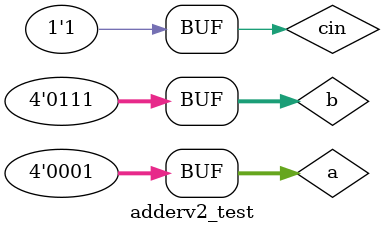
<source format=sv>
module adderv2_test();
	logic [3:0] a, b, s;
	logic cin, cout;
	
	adderv2 #(4) DUT(a, b, cin, s, cout);
	
	initial begin
		a = 4; b = 3; cin=0;#10;
		a = 8; b = 9; cin=0;#10;
		a = 5; b = 2; cin=0;#10;
		a = 1; b = 7; cin=1;#10;
	end
endmodule
</source>
